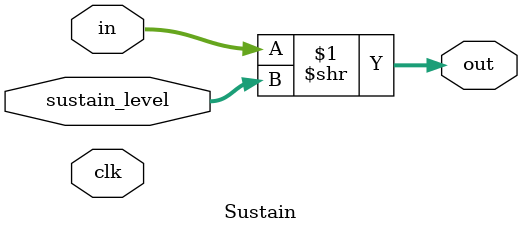
<source format=v>
module Sustain(
	input clk,
	input [4:0]sustain_level,
	input [19:0]in,
	output [19:0] out
);


	assign out = in >> sustain_level;

endmodule
</source>
